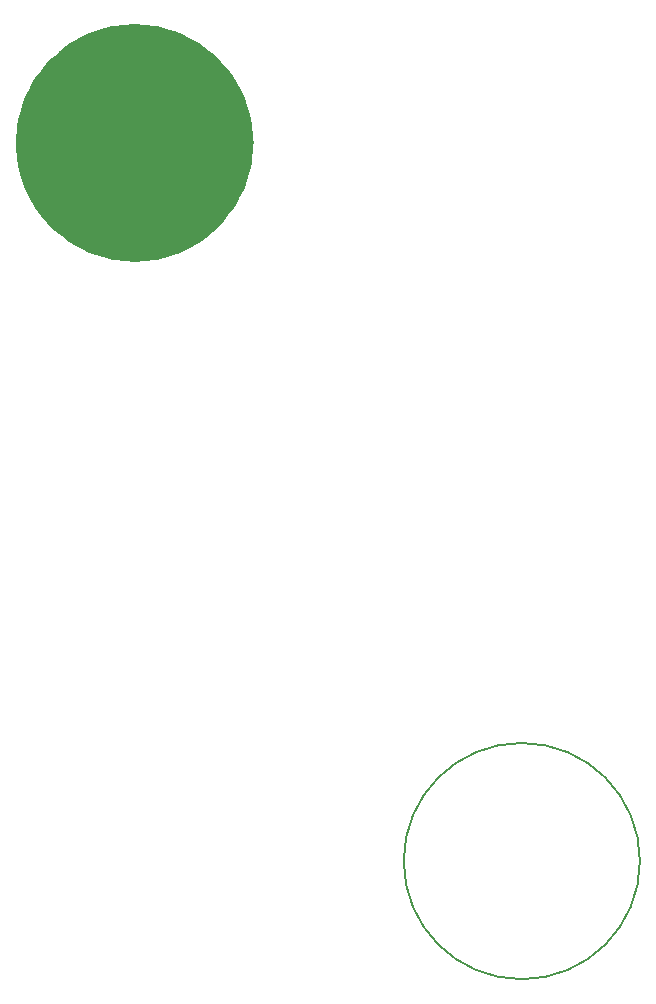
<source format=gbr>
%TF.GenerationSoftware,KiCad,Pcbnew,7.0.8*%
%TF.CreationDate,2023-10-16T01:09:14-04:00*%
%TF.ProjectId,watch,77617463-682e-46b6-9963-61645f706362,rev?*%
%TF.SameCoordinates,Original*%
%TF.FileFunction,Other,User*%
%FSLAX45Y45*%
G04 Gerber Fmt 4.5, Leading zero omitted, Abs format (unit mm)*
G04 Created by KiCad (PCBNEW 7.0.8) date 2023-10-16 01:09:14*
%MOMM*%
%LPD*%
G01*
G04 APERTURE LIST*
%ADD10C,10.075000*%
%ADD11C,0.150000*%
G04 APERTURE END LIST*
D10*
X503750Y0D02*
G75*
G03*
X503750Y0I-503750J0D01*
G01*
D11*
X4278200Y-6080000D02*
G75*
G03*
X4278200Y-6080000I-1000200J0D01*
G01*
M02*

</source>
